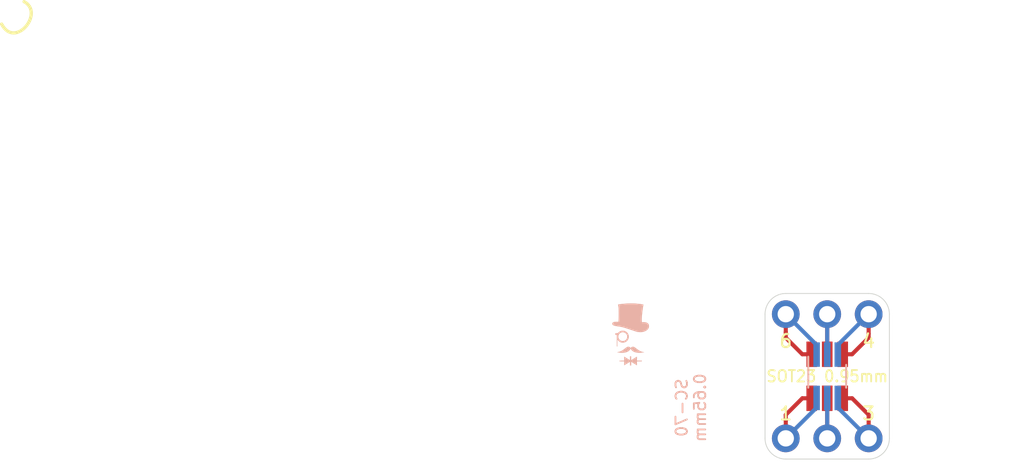
<source format=kicad_pcb>
(kicad_pcb (version 20171130) (host pcbnew "(5.1.6)-1")

  (general
    (thickness 1.6)
    (drawings 19)
    (tracks 28)
    (zones 0)
    (modules 5)
    (nets 7)
  )

  (page User 132.004 102.006)
  (title_block
    (title "SOT23 to DIP Breakout Board")
    (date 2020-02-13)
    (rev 2)
    (company SirBoard)
    (comment 1 "SOT23-6 P = 0.95mm")
    (comment 2 "SC-70 P = 0.65mm")
    (comment 3 "DIP6 P = 2.54mm")
  )

  (layers
    (0 F.Cu signal)
    (31 B.Cu signal)
    (32 B.Adhes user hide)
    (33 F.Adhes user hide)
    (34 B.Paste user hide)
    (35 F.Paste user hide)
    (36 B.SilkS user)
    (37 F.SilkS user)
    (38 B.Mask user hide)
    (39 F.Mask user hide)
    (40 Dwgs.User user)
    (41 Cmts.User user hide)
    (42 Eco1.User user hide)
    (43 Eco2.User user hide)
    (44 Edge.Cuts user)
    (45 Margin user hide)
    (46 B.CrtYd user hide)
    (47 F.CrtYd user hide)
    (48 B.Fab user hide)
    (49 F.Fab user hide)
  )

  (setup
    (last_trace_width 0.25)
    (user_trace_width 0.2)
    (trace_clearance 0.2)
    (zone_clearance 0.508)
    (zone_45_only no)
    (trace_min 0.2)
    (via_size 0.8)
    (via_drill 0.4)
    (via_min_size 0.4)
    (via_min_drill 0.3)
    (uvia_size 0.3)
    (uvia_drill 0.1)
    (uvias_allowed no)
    (uvia_min_size 0.2)
    (uvia_min_drill 0.1)
    (edge_width 0.05)
    (segment_width 0.2)
    (pcb_text_width 0.3)
    (pcb_text_size 1.5 1.5)
    (mod_edge_width 0.12)
    (mod_text_size 1 1)
    (mod_text_width 0.15)
    (pad_size 1.7 1.7)
    (pad_drill 1)
    (pad_to_mask_clearance 0)
    (solder_mask_min_width 0.1)
    (aux_axis_origin 0 0)
    (visible_elements 7FFFFFFF)
    (pcbplotparams
      (layerselection 0x010f0_ffffffff)
      (usegerberextensions false)
      (usegerberattributes false)
      (usegerberadvancedattributes false)
      (creategerberjobfile false)
      (excludeedgelayer true)
      (linewidth 0.100000)
      (plotframeref false)
      (viasonmask false)
      (mode 1)
      (useauxorigin true)
      (hpglpennumber 1)
      (hpglpenspeed 20)
      (hpglpendiameter 15.000000)
      (psnegative false)
      (psa4output false)
      (plotreference true)
      (plotvalue false)
      (plotinvisibletext false)
      (padsonsilk false)
      (subtractmaskfromsilk false)
      (outputformat 1)
      (mirror false)
      (drillshape 0)
      (scaleselection 1)
      (outputdirectory "C:/Users/elisha3/Desktop/GitHub/Gerbers/SOT6/"))
  )

  (net 0 "")
  (net 1 "Net-(J1-Pad3)")
  (net 2 "Net-(J1-Pad2)")
  (net 3 "Net-(J1-Pad1)")
  (net 4 "Net-(J2-Pad3)")
  (net 5 "Net-(J2-Pad2)")
  (net 6 "Net-(J2-Pad1)")

  (net_class Default "This is the default net class."
    (clearance 0.2)
    (trace_width 0.25)
    (via_dia 0.8)
    (via_drill 0.4)
    (uvia_dia 0.3)
    (uvia_drill 0.1)
    (add_net "Net-(J1-Pad1)")
    (add_net "Net-(J1-Pad2)")
    (add_net "Net-(J1-Pad3)")
    (add_net "Net-(J2-Pad1)")
    (add_net "Net-(J2-Pad2)")
    (add_net "Net-(J2-Pad3)")
  )

  (module Package_TO_SOT_SMD:SOT-363_SC-70-6_Handsoldering (layer B.Cu) (tedit 5A02FF57) (tstamp 5D39DCA1)
    (at 65.532 36.83 270)
    (descr "SOT-363, SC-70-6, Handsoldering")
    (tags "SOT-363 SC-70-6 Handsoldering")
    (path /5D3AAC75)
    (attr smd)
    (fp_text reference J4 (at 0 2 90) (layer B.SilkS) hide
      (effects (font (size 1 1) (thickness 0.15)) (justify mirror))
    )
    (fp_text value Conn_02x03_Counter_Clockwise (at 0 -2 270) (layer B.Fab)
      (effects (font (size 1 1) (thickness 0.15)) (justify mirror))
    )
    (fp_line (start -2.4 -1.4) (end 2.4 -1.4) (layer B.CrtYd) (width 0.05))
    (fp_line (start 0.7 1.16) (end -1.2 1.16) (layer B.SilkS) (width 0.12))
    (fp_line (start -0.7 -1.16) (end 0.7 -1.16) (layer B.SilkS) (width 0.12))
    (fp_line (start 2.4 -1.4) (end 2.4 1.4) (layer B.CrtYd) (width 0.05))
    (fp_line (start -2.4 1.4) (end -2.4 -1.4) (layer B.CrtYd) (width 0.05))
    (fp_line (start -2.4 1.4) (end 2.4 1.4) (layer B.CrtYd) (width 0.05))
    (fp_line (start 0.675 1.1) (end -0.175 1.1) (layer B.Fab) (width 0.1))
    (fp_line (start -0.675 0.6) (end -0.675 -1.1) (layer B.Fab) (width 0.1))
    (fp_line (start 0.675 1.1) (end 0.675 -1.1) (layer B.Fab) (width 0.1))
    (fp_line (start 0.675 -1.1) (end -0.675 -1.1) (layer B.Fab) (width 0.1))
    (fp_line (start -0.175 1.1) (end -0.675 0.6) (layer B.Fab) (width 0.1))
    (fp_text user %R (at 0 0 180) (layer B.Fab)
      (effects (font (size 0.5 0.5) (thickness 0.075)) (justify mirror))
    )
    (pad 6 smd rect (at 1.33 0.65 270) (size 1.5 0.4) (layers B.Cu B.Paste B.Mask)
      (net 6 "Net-(J2-Pad1)"))
    (pad 5 smd rect (at 1.33 0 270) (size 1.5 0.4) (layers B.Cu B.Paste B.Mask)
      (net 5 "Net-(J2-Pad2)"))
    (pad 4 smd rect (at 1.33 -0.65 270) (size 1.5 0.4) (layers B.Cu B.Paste B.Mask)
      (net 4 "Net-(J2-Pad3)"))
    (pad 3 smd rect (at -1.33 -0.65 270) (size 1.5 0.4) (layers B.Cu B.Paste B.Mask)
      (net 1 "Net-(J1-Pad3)"))
    (pad 2 smd rect (at -1.33 0 270) (size 1.5 0.4) (layers B.Cu B.Paste B.Mask)
      (net 2 "Net-(J1-Pad2)"))
    (pad 1 smd rect (at -1.33 0.65 270) (size 1.5 0.4) (layers B.Cu B.Paste B.Mask)
      (net 3 "Net-(J1-Pad1)"))
    (model ${KISYS3DMOD}/Package_TO_SOT_SMD.3dshapes/SOT-363_SC-70-6.wrl
      (at (xyz 0 0 0))
      (scale (xyz 1 1 1))
      (rotate (xyz 0 0 0))
    )
  )

  (module Package_TO_SOT_SMD:SOT-23-6_Handsoldering (layer F.Cu) (tedit 5D7FE689) (tstamp 5D1DCDE4)
    (at 65.532 36.83 90)
    (descr "6-pin SOT-23 package, Handsoldering")
    (tags "SOT-23-6 Handsoldering")
    (path /5D1DC7E1)
    (attr smd)
    (fp_text reference J3 (at 0 -2.9 90) (layer F.SilkS) hide
      (effects (font (size 1 1) (thickness 0.15)))
    )
    (fp_text value Conn_02x03_Counter_Clockwise (at 0 2.9 90) (layer F.Fab)
      (effects (font (size 1 1) (thickness 0.15)))
    )
    (fp_line (start -2.4 1.8) (end -2.4 -1.8) (layer F.CrtYd) (width 0.05))
    (fp_line (start 2.4 1.8) (end -2.4 1.8) (layer F.CrtYd) (width 0.05))
    (fp_line (start 2.4 -1.8) (end 2.4 1.8) (layer F.CrtYd) (width 0.05))
    (fp_line (start -2.4 -1.8) (end 2.4 -1.8) (layer F.CrtYd) (width 0.05))
    (fp_line (start -0.9 -0.9) (end -0.25 -1.55) (layer F.Fab) (width 0.1))
    (fp_line (start 0.9 -1.55) (end -0.25 -1.55) (layer F.Fab) (width 0.1))
    (fp_line (start -0.9 -0.9) (end -0.9 1.55) (layer F.Fab) (width 0.1))
    (fp_line (start 0.9 1.55) (end -0.9 1.55) (layer F.Fab) (width 0.1))
    (fp_line (start 0.9 -1.55) (end 0.9 1.55) (layer F.Fab) (width 0.1))
    (fp_text user %R (at 0 0 180) (layer F.Fab)
      (effects (font (size 0.5 0.5) (thickness 0.075)))
    )
    (pad 5 smd rect (at 1.35 0 90) (size 1.56 0.65) (layers F.Cu F.Paste F.Mask)
      (net 2 "Net-(J1-Pad2)"))
    (pad 6 smd rect (at 1.35 -0.95 90) (size 1.56 0.65) (layers F.Cu F.Paste F.Mask)
      (net 3 "Net-(J1-Pad1)"))
    (pad 4 smd rect (at 1.35 0.95 90) (size 1.56 0.65) (layers F.Cu F.Paste F.Mask)
      (net 1 "Net-(J1-Pad3)"))
    (pad 3 smd rect (at -1.35 0.95 90) (size 1.56 0.65) (layers F.Cu F.Paste F.Mask)
      (net 4 "Net-(J2-Pad3)"))
    (pad 2 smd rect (at -1.35 0 90) (size 1.56 0.65) (layers F.Cu F.Paste F.Mask)
      (net 5 "Net-(J2-Pad2)"))
    (pad 1 smd rect (at -1.35 -0.95 90) (size 1.56 0.65) (layers F.Cu F.Paste F.Mask)
      (net 6 "Net-(J2-Pad1)"))
    (model ${KISYS3DMOD}/Package_TO_SOT_SMD.3dshapes/SOT-23-6.wrl
      (at (xyz 0 0 0))
      (scale (xyz 1 1 1))
      (rotate (xyz 0 0 0))
    )
  )

  (module logo:logo38x53 (layer B.Cu) (tedit 0) (tstamp 5D39DFB0)
    (at 53.4797 34.2646 180)
    (fp_text reference G*** (at 7.6073 4.1656 180) (layer B.SilkS) hide
      (effects (font (size 1.524 1.524) (thickness 0.3)) (justify mirror))
    )
    (fp_text value LOGO (at 5.4991 1.8542 180) (layer B.SilkS) hide
      (effects (font (size 1.524 1.524) (thickness 0.3)) (justify mirror))
    )
    (fp_poly (pts (xy 0.176764 1.897837) (xy 0.343083 1.888246) (xy 0.507315 1.873075) (xy 0.667708 1.852341)
      (xy 0.69342 1.848428) (xy 0.723335 1.843817) (xy 0.744562 1.840361) (xy 0.758412 1.837431)
      (xy 0.766199 1.834399) (xy 0.769236 1.830637) (xy 0.768836 1.825515) (xy 0.766312 1.818407)
      (xy 0.764791 1.814273) (xy 0.756624 1.785249) (xy 0.749119 1.746511) (xy 0.742341 1.698488)
      (xy 0.736357 1.641608) (xy 0.73381 1.611604) (xy 0.731071 1.568192) (xy 0.728948 1.51604)
      (xy 0.727432 1.456552) (xy 0.726512 1.391129) (xy 0.726178 1.321172) (xy 0.72642 1.248083)
      (xy 0.727228 1.173264) (xy 0.728592 1.098116) (xy 0.730502 1.024043) (xy 0.732947 0.952444)
      (xy 0.735918 0.884722) (xy 0.739404 0.822279) (xy 0.739522 0.82042) (xy 0.742427 0.7747)
      (xy 0.833764 0.776386) (xy 0.896818 0.776166) (xy 0.950765 0.772953) (xy 0.996231 0.766671)
      (xy 1.03384 0.757244) (xy 1.053593 0.74974) (xy 1.081646 0.734624) (xy 1.100775 0.717175)
      (xy 1.112203 0.695561) (xy 1.117156 0.667951) (xy 1.1176 0.653947) (xy 1.117056 0.635233)
      (xy 1.114526 0.62255) (xy 1.10866 0.611787) (xy 1.100372 0.601463) (xy 1.083176 0.58463)
      (xy 1.061524 0.569558) (xy 1.034619 0.555993) (xy 1.001667 0.543684) (xy 0.96187 0.532377)
      (xy 0.914433 0.521819) (xy 0.85856 0.511758) (xy 0.793454 0.501942) (xy 0.781775 0.500329)
      (xy 0.680881 0.485055) (xy 0.585641 0.467346) (xy 0.491661 0.446281) (xy 0.394549 0.420939)
      (xy 0.37084 0.414276) (xy 0.353517 0.409102) (xy 0.327643 0.401034) (xy 0.294294 0.390426)
      (xy 0.254544 0.37763) (xy 0.20947 0.363) (xy 0.160148 0.346887) (xy 0.107654 0.329646)
      (xy 0.053063 0.311628) (xy -0.002549 0.293187) (xy -0.058106 0.274675) (xy -0.112531 0.256445)
      (xy -0.16475 0.238851) (xy -0.186689 0.231422) (xy -0.237815 0.214173) (xy -0.280741 0.199938)
      (xy -0.316837 0.188326) (xy -0.347476 0.178948) (xy -0.374029 0.171411) (xy -0.397868 0.165325)
      (xy -0.420364 0.1603) (xy -0.442889 0.155945) (xy -0.46482 0.152193) (xy -0.496099 0.148176)
      (xy -0.532792 0.145185) (xy -0.571915 0.143311) (xy -0.61048 0.142643) (xy -0.645503 0.143271)
      (xy -0.673996 0.145283) (xy -0.67818 0.145797) (xy -0.761317 0.160619) (xy -0.83668 0.181882)
      (xy -0.904399 0.209646) (xy -0.964604 0.243969) (xy -1.017428 0.284909) (xy -1.043713 0.310621)
      (xy -1.077977 0.351877) (xy -1.102786 0.393284) (xy -1.11876 0.436302) (xy -1.126518 0.482391)
      (xy -1.127512 0.508) (xy -1.123294 0.558654) (xy -1.110656 0.603627) (xy -1.089624 0.642888)
      (xy -1.060223 0.676404) (xy -1.022479 0.704145) (xy -0.976418 0.726077) (xy -0.944844 0.736423)
      (xy -0.90915 0.744283) (xy -0.866991 0.750078) (xy -0.82191 0.753514) (xy -0.777447 0.754297)
      (xy -0.74589 0.752911) (xy -0.69676 0.749113) (xy -0.693843 0.763696) (xy -0.687981 0.803753)
      (xy -0.684448 0.85307) (xy -0.683196 0.911031) (xy -0.684176 0.977019) (xy -0.687337 1.050417)
      (xy -0.692632 1.130608) (xy -0.70001 1.216976) (xy -0.709422 1.308904) (xy -0.72082 1.405774)
      (xy -0.734153 1.50697) (xy -0.749372 1.611876) (xy -0.766428 1.719874) (xy -0.773784 1.763974)
      (xy -0.778397 1.791883) (xy -0.78124 1.811366) (xy -0.782395 1.82399) (xy -0.781945 1.831317)
      (xy -0.779973 1.834912) (xy -0.777611 1.836081) (xy -0.767747 1.838256) (xy -0.749706 1.841588)
      (xy -0.725361 1.845765) (xy -0.696588 1.850477) (xy -0.665261 1.85541) (xy -0.633256 1.860253)
      (xy -0.62484 1.861491) (xy -0.474356 1.880058) (xy -0.317202 1.89296) (xy -0.15513 1.900211)
      (xy 0.01011 1.901832) (xy 0.176764 1.897837)) (layer B.SilkS) (width 0.01))
    (fp_poly (pts (xy 0.508885 0.228725) (xy 0.545984 0.224603) (xy 0.56042 0.22168) (xy 0.610789 0.205227)
      (xy 0.66004 0.181019) (xy 0.705491 0.150661) (xy 0.74446 0.115757) (xy 0.752941 0.106434)
      (xy 0.7747 0.081395) (xy 0.839389 0.081338) (xy 0.866081 0.081244) (xy 0.884683 0.080763)
      (xy 0.897266 0.079519) (xy 0.905901 0.07713) (xy 0.912658 0.073218) (xy 0.919608 0.067405)
      (xy 0.920669 0.066457) (xy 0.930968 0.055843) (xy 0.935852 0.045298) (xy 0.937234 0.030193)
      (xy 0.93726 0.026351) (xy 0.934111 0.004036) (xy 0.924223 -0.012333) (xy 0.906933 -0.023217)
      (xy 0.881578 -0.029074) (xy 0.855454 -0.030451) (xy 0.829528 -0.03048) (xy 0.835591 -0.05461)
      (xy 0.836896 -0.062744) (xy 0.837971 -0.076202) (xy 0.838821 -0.095551) (xy 0.839453 -0.121358)
      (xy 0.839872 -0.154192) (xy 0.840085 -0.194621) (xy 0.840096 -0.243213) (xy 0.839914 -0.300536)
      (xy 0.839542 -0.367159) (xy 0.83928 -0.40513) (xy 0.836906 -0.73152) (xy 0.812907 -0.73152)
      (xy 0.811583 -0.51181) (xy 0.81026 -0.2921) (xy 0.794225 -0.32004) (xy 0.760891 -0.368429)
      (xy 0.721116 -0.409719) (xy 0.675958 -0.443664) (xy 0.626475 -0.470019) (xy 0.573726 -0.488539)
      (xy 0.518768 -0.498978) (xy 0.462661 -0.50109) (xy 0.406463 -0.494631) (xy 0.351232 -0.479355)
      (xy 0.298027 -0.455017) (xy 0.27432 -0.440575) (xy 0.260856 -0.430343) (xy 0.243207 -0.41511)
      (xy 0.224116 -0.397306) (xy 0.212979 -0.386266) (xy 0.175149 -0.34066) (xy 0.145844 -0.289854)
      (xy 0.125378 -0.234634) (xy 0.114065 -0.175782) (xy 0.112245 -0.142227) (xy 0.203109 -0.142227)
      (xy 0.208199 -0.189431) (xy 0.22172 -0.235984) (xy 0.244019 -0.280849) (xy 0.271906 -0.318959)
      (xy 0.307115 -0.352268) (xy 0.348495 -0.378584) (xy 0.39437 -0.397362) (xy 0.443061 -0.40806)
      (xy 0.492891 -0.410133) (xy 0.53594 -0.404483) (xy 0.585828 -0.388603) (xy 0.630902 -0.364105)
      (xy 0.670386 -0.331696) (xy 0.703504 -0.292081) (xy 0.729479 -0.245965) (xy 0.74022 -0.218733)
      (xy 0.747681 -0.187539) (xy 0.751489 -0.150991) (xy 0.751554 -0.113186) (xy 0.747785 -0.078219)
      (xy 0.743735 -0.060612) (xy 0.724437 -0.012352) (xy 0.696855 0.030988) (xy 0.662048 0.068432)
      (xy 0.621078 0.099002) (xy 0.575004 0.121721) (xy 0.532344 0.134187) (xy 0.504674 0.1393)
      (xy 0.482604 0.141548) (xy 0.461991 0.140949) (xy 0.438692 0.137519) (xy 0.42418 0.134631)
      (xy 0.374338 0.119485) (xy 0.330146 0.096709) (xy 0.291952 0.067336) (xy 0.260103 0.032403)
      (xy 0.234947 -0.007056) (xy 0.21683 -0.050003) (xy 0.206102 -0.095406) (xy 0.203109 -0.142227)
      (xy 0.112245 -0.142227) (xy 0.11176 -0.133303) (xy 0.116667 -0.075132) (xy 0.130895 -0.019295)
      (xy 0.153702 0.033278) (xy 0.184346 0.081656) (xy 0.222085 0.12491) (xy 0.266178 0.162111)
      (xy 0.315881 0.192327) (xy 0.370455 0.214629) (xy 0.394747 0.221436) (xy 0.428948 0.227135)
      (xy 0.468434 0.229567) (xy 0.508885 0.228725)) (layer B.SilkS) (width 0.01))
    (fp_poly (pts (xy 0.166599 -0.755905) (xy 0.189592 -0.762089) (xy 0.204203 -0.767395) (xy 0.219908 -0.774886)
      (xy 0.237784 -0.78528) (xy 0.258905 -0.799297) (xy 0.284348 -0.817657) (xy 0.315188 -0.841079)
      (xy 0.352502 -0.870283) (xy 0.358875 -0.875327) (xy 0.437308 -0.933874) (xy 0.51291 -0.982999)
      (xy 0.585595 -1.022657) (xy 0.655276 -1.052807) (xy 0.721869 -1.073404) (xy 0.771712 -1.082824)
      (xy 0.790517 -1.085485) (xy 0.802798 -1.087817) (xy 0.808033 -1.090061) (xy 0.805699 -1.092459)
      (xy 0.795273 -1.09525) (xy 0.776233 -1.098676) (xy 0.748055 -1.102977) (xy 0.71882 -1.107177)
      (xy 0.644548 -1.115637) (xy 0.570021 -1.120194) (xy 0.497361 -1.120859) (xy 0.428692 -1.117643)
      (xy 0.366137 -1.110559) (xy 0.335172 -1.105032) (xy 0.2644 -1.086545) (xy 0.20063 -1.061835)
      (xy 0.144212 -1.031133) (xy 0.095498 -0.994675) (xy 0.054838 -0.952693) (xy 0.022584 -0.90542)
      (xy 0.015727 -0.89251) (xy -0.003004 -0.855226) (xy -0.016807 -0.883543) (xy -0.047399 -0.934913)
      (xy -0.086097 -0.980228) (xy -0.132797 -1.019419) (xy -0.187398 -1.052419) (xy -0.249799 -1.079161)
      (xy -0.319895 -1.099579) (xy -0.356164 -1.107097) (xy -0.39262 -1.112355) (xy -0.43635 -1.116414)
      (xy -0.484528 -1.119169) (xy -0.534327 -1.120515) (xy -0.582922 -1.120346) (xy -0.627484 -1.118558)
      (xy -0.64008 -1.117655) (xy -0.658861 -1.115808) (xy -0.682586 -1.112987) (xy -0.70935 -1.109474)
      (xy -0.737246 -1.105553) (xy -0.764368 -1.101507) (xy -0.78881 -1.09762) (xy -0.808665 -1.094175)
      (xy -0.822026 -1.091455) (xy -0.826902 -1.089884) (xy -0.823025 -1.088745) (xy -0.811512 -1.087035)
      (xy -0.794845 -1.085122) (xy -0.794624 -1.085099) (xy -0.738782 -1.076177) (xy -0.681854 -1.06057)
      (xy -0.623202 -1.037952) (xy -0.562191 -1.007999) (xy -0.498182 -0.970386) (xy -0.430539 -0.924788)
      (xy -0.358623 -0.870879) (xy -0.3302 -0.848274) (xy -0.297567 -0.822403) (xy -0.270826 -0.802399)
      (xy -0.248383 -0.787259) (xy -0.228645 -0.775982) (xy -0.210018 -0.767564) (xy -0.191896 -0.761303)
      (xy -0.152127 -0.753996) (xy -0.114241 -0.756608) (xy -0.078736 -0.768993) (xy -0.046107 -0.791005)
      (xy -0.027367 -0.80962) (xy -0.003974 -0.836152) (xy 0.027223 -0.804981) (xy 0.050139 -0.784254)
      (xy 0.071355 -0.770212) (xy 0.08782 -0.762825) (xy 0.114875 -0.75475) (xy 0.139857 -0.752452)
      (xy 0.166599 -0.755905)) (layer B.SilkS) (width 0.01))
    (fp_poly (pts (xy 0.03556 -1.463463) (xy 0.035726 -1.496637) (xy 0.036193 -1.526026) (xy 0.036912 -1.550242)
      (xy 0.037834 -1.567896) (xy 0.038912 -1.5776) (xy 0.039602 -1.579033) (xy 0.044999 -1.575979)
      (xy 0.05768 -1.568455) (xy 0.07626 -1.557295) (xy 0.099355 -1.543329) (xy 0.12558 -1.52739)
      (xy 0.129772 -1.524836) (xy 0.164547 -1.503637) (xy 0.204212 -1.479456) (xy 0.244982 -1.454601)
      (xy 0.283071 -1.431379) (xy 0.30226 -1.419681) (xy 0.38862 -1.367029) (xy 0.389981 -1.486154)
      (xy 0.391343 -1.60528) (xy 0.67564 -1.60528) (xy 0.67564 -1.64592) (xy 0.39134 -1.64592)
      (xy 0.38862 -1.888666) (xy 0.304332 -1.837143) (xy 0.270924 -1.81672) (xy 0.232386 -1.793158)
      (xy 0.192255 -1.768619) (xy 0.154069 -1.745268) (xy 0.130755 -1.73101) (xy 0.103791 -1.714602)
      (xy 0.079807 -1.700167) (xy 0.060133 -1.688492) (xy 0.046101 -1.680366) (xy 0.039041 -1.676577)
      (xy 0.038513 -1.6764) (xy 0.037655 -1.681238) (xy 0.036895 -1.694786) (xy 0.036271 -1.715594)
      (xy 0.035822 -1.742212) (xy 0.035586 -1.77319) (xy 0.03556 -1.78816) (xy 0.03556 -1.89992)
      (xy -0.03029 -1.89992) (xy -0.031655 -1.785687) (xy -0.03302 -1.671455) (xy -0.084414 -1.703604)
      (xy -0.105139 -1.716487) (xy -0.123125 -1.727516) (xy -0.13639 -1.735486) (xy -0.142834 -1.739135)
      (xy -0.148873 -1.742599) (xy -0.162373 -1.750668) (xy -0.182143 -1.762619) (xy -0.206993 -1.777732)
      (xy -0.235731 -1.795283) (xy -0.267169 -1.81455) (xy -0.26924 -1.815822) (xy -0.38862 -1.889127)
      (xy -0.389981 -1.767523) (xy -0.391341 -1.64592) (xy -0.6858 -1.64592) (xy -0.6858 -1.60528)
      (xy -0.39116 -1.60528) (xy -0.39116 -1.4859) (xy -0.391077 -1.452291) (xy -0.390841 -1.422343)
      (xy -0.390479 -1.397459) (xy -0.390014 -1.379041) (xy -0.38947 -1.368493) (xy -0.389096 -1.36652)
      (xy -0.384257 -1.369031) (xy -0.3724 -1.375925) (xy -0.355144 -1.386239) (xy -0.334113 -1.399009)
      (xy -0.326866 -1.403448) (xy -0.300169 -1.419806) (xy -0.26825 -1.43932) (xy -0.234573 -1.459875)
      (xy -0.202602 -1.479355) (xy -0.19304 -1.485172) (xy -0.164302 -1.502671) (xy -0.134548 -1.520826)
      (xy -0.10659 -1.537921) (xy -0.083236 -1.552239) (xy -0.07493 -1.557347) (xy -0.03048 -1.584728)
      (xy -0.03048 -1.3462) (xy 0.03556 -1.3462) (xy 0.03556 -1.463463)) (layer B.SilkS) (width 0.01))
  )

  (module Connector_PinHeader_2.54mm:PinHeader_1x03_P2.54mm_Vertical (layer F.Cu) (tedit 5D398811) (tstamp 5D1DCDCE)
    (at 62.992 40.64 90)
    (descr "Through hole straight pin header, 1x03, 2.54mm pitch, single row")
    (tags "Through hole pin header THT 1x03 2.54mm single row")
    (path /5D1DD0C5)
    (fp_text reference J2 (at 0 -2.33 90) (layer F.SilkS) hide
      (effects (font (size 1 1) (thickness 0.15)))
    )
    (fp_text value Conn_01x03 (at 0 7.41 90) (layer F.Fab)
      (effects (font (size 1 1) (thickness 0.15)))
    )
    (fp_line (start -0.635 -1.27) (end 1.27 -1.27) (layer F.Fab) (width 0.1))
    (fp_line (start 1.27 -1.27) (end 1.27 6.35) (layer F.Fab) (width 0.1))
    (fp_line (start 1.27 6.35) (end -1.27 6.35) (layer F.Fab) (width 0.1))
    (fp_line (start -1.27 6.35) (end -1.27 -0.635) (layer F.Fab) (width 0.1))
    (fp_line (start -1.27 -0.635) (end -0.635 -1.27) (layer F.Fab) (width 0.1))
    (fp_line (start -1.8 -1.8) (end -1.8 6.85) (layer F.CrtYd) (width 0.05))
    (fp_line (start -1.8 6.85) (end 1.8 6.85) (layer F.CrtYd) (width 0.05))
    (fp_line (start 1.8 6.85) (end 1.8 -1.8) (layer F.CrtYd) (width 0.05))
    (fp_line (start 1.8 -1.8) (end -1.8 -1.8) (layer F.CrtYd) (width 0.05))
    (fp_text user %R (at 0 2.54) (layer F.Fab)
      (effects (font (size 1 1) (thickness 0.15)))
    )
    (pad 3 thru_hole oval (at 0 5.08 90) (size 1.7 1.7) (drill 1) (layers *.Cu *.Mask)
      (net 4 "Net-(J2-Pad3)"))
    (pad 2 thru_hole oval (at 0 2.54 90) (size 1.7 1.7) (drill 1) (layers *.Cu *.Mask)
      (net 5 "Net-(J2-Pad2)"))
    (pad 1 thru_hole circle (at 0 0 90) (size 1.7 1.7) (drill 1) (layers *.Cu *.Mask)
      (net 6 "Net-(J2-Pad1)"))
    (model ${KISYS3DMOD}/Connector_PinHeader_2.54mm.3dshapes/PinHeader_1x03_P2.54mm_Vertical.wrl
      (offset (xyz 0 0 -1.6))
      (scale (xyz 1 1 1))
      (rotate (xyz 0 180 0))
    )
  )

  (module Connector_PinHeader_2.54mm:PinHeader_1x03_P2.54mm_Vertical (layer F.Cu) (tedit 5D398804) (tstamp 5D1DCDB7)
    (at 62.992 33.02 90)
    (descr "Through hole straight pin header, 1x03, 2.54mm pitch, single row")
    (tags "Through hole pin header THT 1x03 2.54mm single row")
    (path /5D1DC59C)
    (fp_text reference J1 (at 0 -2.33 90) (layer F.SilkS) hide
      (effects (font (size 1 1) (thickness 0.15)))
    )
    (fp_text value Conn_01x03 (at 0 7.41 90) (layer F.Fab)
      (effects (font (size 1 1) (thickness 0.15)))
    )
    (fp_line (start -0.635 -1.27) (end 1.27 -1.27) (layer F.Fab) (width 0.1))
    (fp_line (start 1.27 -1.27) (end 1.27 6.35) (layer F.Fab) (width 0.1))
    (fp_line (start 1.27 6.35) (end -1.27 6.35) (layer F.Fab) (width 0.1))
    (fp_line (start -1.27 6.35) (end -1.27 -0.635) (layer F.Fab) (width 0.1))
    (fp_line (start -1.27 -0.635) (end -0.635 -1.27) (layer F.Fab) (width 0.1))
    (fp_line (start -1.8 -1.8) (end -1.8 6.85) (layer F.CrtYd) (width 0.05))
    (fp_line (start -1.8 6.85) (end 1.8 6.85) (layer F.CrtYd) (width 0.05))
    (fp_line (start 1.8 6.85) (end 1.8 -1.8) (layer F.CrtYd) (width 0.05))
    (fp_line (start 1.8 -1.8) (end -1.8 -1.8) (layer F.CrtYd) (width 0.05))
    (fp_text user %R (at 0 2.54) (layer F.Fab)
      (effects (font (size 1 1) (thickness 0.15)))
    )
    (pad 3 thru_hole oval (at 0 5.08 90) (size 1.7 1.7) (drill 1) (layers *.Cu *.Mask)
      (net 1 "Net-(J1-Pad3)"))
    (pad 2 thru_hole oval (at 0 2.54 90) (size 1.7 1.7) (drill 1) (layers *.Cu *.Mask)
      (net 2 "Net-(J1-Pad2)"))
    (pad 1 thru_hole circle (at 0 0 90) (size 1.7 1.7) (drill 1) (layers *.Cu *.Mask)
      (net 3 "Net-(J1-Pad1)"))
    (model ${KISYS3DMOD}/Connector_PinHeader_2.54mm.3dshapes/PinHeader_1x03_P2.54mm_Vertical.wrl
      (offset (xyz 0 0 -1.6))
      (scale (xyz 1 1 1))
      (rotate (xyz 0 180 0))
    )
  )

  (dimension 5.08 (width 0.15) (layer Dwgs.User)
    (gr_text "5.080 mm" (at 65.532 29.18) (layer Dwgs.User)
      (effects (font (size 1 1) (thickness 0.15)))
    )
    (feature1 (pts (xy 68.072 33.02) (xy 68.072 29.893579)))
    (feature2 (pts (xy 62.992 33.02) (xy 62.992 29.893579)))
    (crossbar (pts (xy 62.992 30.48) (xy 68.072 30.48)))
    (arrow1a (pts (xy 68.072 30.48) (xy 66.945496 31.066421)))
    (arrow1b (pts (xy 68.072 30.48) (xy 66.945496 29.893579)))
    (arrow2a (pts (xy 62.992 30.48) (xy 64.118504 31.066421)))
    (arrow2b (pts (xy 62.992 30.48) (xy 64.118504 29.893579)))
  )
  (dimension 7.62 (width 0.15) (layer Dwgs.User)
    (gr_text "7.620 mm" (at 73.055 36.83 270) (layer Dwgs.User)
      (effects (font (size 1 1) (thickness 0.15)))
    )
    (feature1 (pts (xy 68.072 40.64) (xy 72.341421 40.64)))
    (feature2 (pts (xy 68.072 33.02) (xy 72.341421 33.02)))
    (crossbar (pts (xy 71.755 33.02) (xy 71.755 40.64)))
    (arrow1a (pts (xy 71.755 40.64) (xy 71.168579 39.513496)))
    (arrow1b (pts (xy 71.755 40.64) (xy 72.341421 39.513496)))
    (arrow2a (pts (xy 71.755 33.02) (xy 71.168579 34.146504)))
    (arrow2b (pts (xy 71.755 33.02) (xy 72.341421 34.146504)))
  )
  (dimension 10.16 (width 0.15) (layer Dwgs.User)
    (gr_text "10.160 mm" (at 76.23 36.83 -90) (layer Dwgs.User)
      (effects (font (size 1 1) (thickness 0.15)))
    )
    (feature1 (pts (xy 68.072 31.75) (xy 75.516421 31.75)))
    (feature2 (pts (xy 68.072 41.91) (xy 75.516421 41.91)))
    (crossbar (pts (xy 74.93 41.91) (xy 74.93 31.75)))
    (arrow1a (pts (xy 74.93 31.75) (xy 75.516421 32.876504)))
    (arrow1b (pts (xy 74.93 31.75) (xy 74.343579 32.876504)))
    (arrow2a (pts (xy 74.93 41.91) (xy 75.516421 40.783496)))
    (arrow2b (pts (xy 74.93 41.91) (xy 74.343579 40.783496)))
  )
  (dimension 7.62 (width 0.15) (layer Dwgs.User)
    (gr_text "7.620 mm" (at 65.532 26.005) (layer Dwgs.User)
      (effects (font (size 1 1) (thickness 0.15)))
    )
    (feature1 (pts (xy 69.342 33.02) (xy 69.342 26.718579)))
    (feature2 (pts (xy 61.722 33.02) (xy 61.722 26.718579)))
    (crossbar (pts (xy 61.722 27.305) (xy 69.342 27.305)))
    (arrow1a (pts (xy 69.342 27.305) (xy 68.215496 27.891421)))
    (arrow1b (pts (xy 69.342 27.305) (xy 68.215496 26.718579)))
    (arrow2a (pts (xy 61.722 27.305) (xy 62.848504 27.891421)))
    (arrow2b (pts (xy 61.722 27.305) (xy 62.848504 26.718579)))
  )
  (gr_line (start 61.722 40.64) (end 61.722 33.02) (layer Edge.Cuts) (width 0.05) (tstamp 5E451B28))
  (gr_line (start 68.072 41.91) (end 62.992 41.91) (layer Edge.Cuts) (width 0.05) (tstamp 5E451B20))
  (gr_line (start 69.342 33.02) (end 69.342 40.64) (layer Edge.Cuts) (width 0.05) (tstamp 5E451B1E))
  (gr_line (start 62.992 31.75) (end 68.072 31.75) (layer Edge.Cuts) (width 0.05) (tstamp 5E451B1B))
  (gr_arc (start 62.992 33.02) (end 62.992 31.75) (angle -90) (layer Edge.Cuts) (width 0.05))
  (gr_arc (start 68.072 33.02) (end 69.342 33.02) (angle -90) (layer Edge.Cuts) (width 0.05))
  (gr_arc (start 68.072 40.64) (end 68.072 41.91) (angle -90) (layer Edge.Cuts) (width 0.05))
  (gr_arc (start 62.992 40.64) (end 61.722 40.64) (angle -90) (layer Edge.Cuts) (width 0.05))
  (gr_curve (pts (xy 16.3068 13.843) (xy 17.5895 14.5288) (xy 15.748 16.7894) (xy 14.9298 15.22)) (layer F.SilkS) (width 0.2))
  (gr_text 6 (at 62.992 34.671) (layer F.SilkS) (tstamp 5D4B4CFA)
    (effects (font (size 0.8 0.8) (thickness 0.13)))
  )
  (gr_text 4 (at 68.072 34.671) (layer F.SilkS) (tstamp 5D4B4CF7)
    (effects (font (size 0.8 0.8) (thickness 0.13)))
  )
  (gr_text 3 (at 68.072 39.116) (layer F.SilkS) (tstamp 5D4B4CF4)
    (effects (font (size 0.8 0.8) (thickness 0.13)))
  )
  (gr_text 1 (at 62.992 39.116) (layer F.SilkS)
    (effects (font (size 0.8 0.8) (thickness 0.13)))
  )
  (gr_text "SC-70\n0.65mm" (at 57.1754 38.7604 90) (layer B.SilkS) (tstamp 5D39DFC6)
    (effects (font (size 0.7 0.7) (thickness 0.11)) (justify mirror))
  )
  (gr_text "SOT23 0.95mm" (at 65.532 36.83) (layer F.SilkS)
    (effects (font (size 0.7 0.65) (thickness 0.11)))
  )

  (segment (start 68.072 34.222081) (end 68.072 33.02) (width 0.25) (layer F.Cu) (net 1))
  (segment (start 68.072 34.465) (end 68.072 34.222081) (width 0.25) (layer F.Cu) (net 1))
  (segment (start 67.057 35.48) (end 68.072 34.465) (width 0.25) (layer F.Cu) (net 1))
  (segment (start 66.482 35.48) (end 67.057 35.48) (width 0.25) (layer F.Cu) (net 1))
  (segment (start 66.182 34.91) (end 68.072 33.02) (width 0.25) (layer B.Cu) (net 1) (tstamp 5D39DFE6))
  (segment (start 66.182 35.88) (end 66.182 34.91) (width 0.25) (layer B.Cu) (net 1) (tstamp 5D39DFE7))
  (segment (start 65.532 35.48) (end 65.532 33.02) (width 0.25) (layer F.Cu) (net 2))
  (segment (start 65.532 35.88) (end 65.532 33.02) (width 0.25) (layer B.Cu) (net 2))
  (segment (start 62.992 34.12) (end 62.992 33.02) (width 0.25) (layer F.Cu) (net 3))
  (segment (start 62.992 34.465) (end 62.992 34.12) (width 0.25) (layer F.Cu) (net 3))
  (segment (start 64.007 35.48) (end 62.992 34.465) (width 0.25) (layer F.Cu) (net 3))
  (segment (start 64.582 35.48) (end 64.007 35.48) (width 0.25) (layer F.Cu) (net 3))
  (segment (start 64.882 34.91) (end 62.992 33.02) (width 0.25) (layer B.Cu) (net 3))
  (segment (start 64.882 35.88) (end 64.882 34.91) (width 0.25) (layer B.Cu) (net 3))
  (segment (start 68.072 39.437919) (end 68.072 40.64) (width 0.25) (layer F.Cu) (net 4))
  (segment (start 68.072 39.195) (end 68.072 39.437919) (width 0.25) (layer F.Cu) (net 4))
  (segment (start 67.057 38.18) (end 68.072 39.195) (width 0.25) (layer F.Cu) (net 4))
  (segment (start 66.482 38.18) (end 67.057 38.18) (width 0.25) (layer F.Cu) (net 4))
  (segment (start 66.182 38.75) (end 68.072 40.64) (width 0.25) (layer B.Cu) (net 4))
  (segment (start 66.182 37.78) (end 66.182 38.75) (width 0.25) (layer B.Cu) (net 4))
  (segment (start 65.532 38.18) (end 65.532 40.64) (width 0.25) (layer F.Cu) (net 5))
  (segment (start 65.532 37.78) (end 65.532 40.64) (width 0.25) (layer B.Cu) (net 5))
  (segment (start 62.992 39.54) (end 62.992 40.64) (width 0.25) (layer F.Cu) (net 6))
  (segment (start 62.992 39.195) (end 62.992 39.54) (width 0.25) (layer F.Cu) (net 6))
  (segment (start 64.007 38.18) (end 62.992 39.195) (width 0.25) (layer F.Cu) (net 6))
  (segment (start 64.582 38.18) (end 64.007 38.18) (width 0.25) (layer F.Cu) (net 6))
  (segment (start 64.882 38.75) (end 62.992 40.64) (width 0.25) (layer B.Cu) (net 6))
  (segment (start 64.882 37.78) (end 64.882 38.75) (width 0.25) (layer B.Cu) (net 6))

)

</source>
